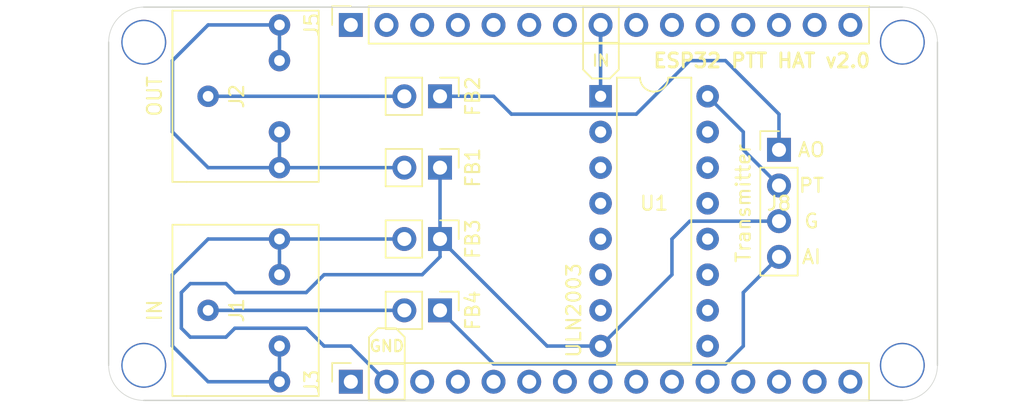
<source format=kicad_pcb>
(kicad_pcb (version 20171130) (host pcbnew 5.1.6-c6e7f7d~87~ubuntu18.04.1)

  (general
    (thickness 1.6)
    (drawings 36)
    (tracks 67)
    (zones 0)
    (modules 10)
    (nets 10)
  )

  (page A4 portrait)
  (title_block
    (title "Esp32 BT PTT")
    (date 2021-07-18)
    (rev 2)
  )

  (layers
    (0 F.Cu signal)
    (31 B.Cu signal)
    (32 B.Adhes user)
    (33 F.Adhes user)
    (34 B.Paste user)
    (35 F.Paste user)
    (36 B.SilkS user)
    (37 F.SilkS user)
    (38 B.Mask user)
    (39 F.Mask user)
    (40 Dwgs.User user)
    (41 Cmts.User user)
    (42 Eco1.User user)
    (43 Eco2.User user)
    (44 Edge.Cuts user)
    (45 Margin user)
    (46 B.CrtYd user)
    (47 F.CrtYd user)
    (48 B.Fab user)
    (49 F.Fab user)
  )

  (setup
    (last_trace_width 0.25)
    (user_trace_width 0.5)
    (trace_clearance 0.2)
    (zone_clearance 0.508)
    (zone_45_only no)
    (trace_min 0.2)
    (via_size 0.8)
    (via_drill 0.4)
    (via_min_size 0.4)
    (via_min_drill 0.3)
    (uvia_size 0.3)
    (uvia_drill 0.1)
    (uvias_allowed no)
    (uvia_min_size 0.2)
    (uvia_min_drill 0.1)
    (edge_width 0.05)
    (segment_width 0.2)
    (pcb_text_width 0.3)
    (pcb_text_size 1.5 1.5)
    (mod_edge_width 0.12)
    (mod_text_size 1 1)
    (mod_text_width 0.15)
    (pad_size 1.524 1.524)
    (pad_drill 0.762)
    (pad_to_mask_clearance 0.05)
    (aux_axis_origin 80.03 18.53)
    (grid_origin 19.28 17.78)
    (visible_elements FFFFFFFF)
    (pcbplotparams
      (layerselection 0x010fc_ffffffff)
      (usegerberextensions false)
      (usegerberattributes true)
      (usegerberadvancedattributes true)
      (creategerberjobfile true)
      (excludeedgelayer true)
      (linewidth 0.100000)
      (plotframeref false)
      (viasonmask false)
      (mode 1)
      (useauxorigin false)
      (hpglpennumber 1)
      (hpglpenspeed 20)
      (hpglpendiameter 15.000000)
      (psnegative false)
      (psa4output false)
      (plotreference true)
      (plotvalue true)
      (plotinvisibletext false)
      (padsonsilk false)
      (subtractmaskfromsilk false)
      (outputformat 1)
      (mirror false)
      (drillshape 1)
      (scaleselection 1)
      (outputdirectory ""))
  )

  (net 0 "")
  (net 1 GND)
  (net 2 AI)
  (net 3 AO)
  (net 4 PT)
  (net 5 "Net-(FB1-Pad2)")
  (net 6 "Net-(FB2-Pad2)")
  (net 7 "Net-(FB3-Pad2)")
  (net 8 "Net-(FB4-Pad2)")
  (net 9 D25)

  (net_class Default "This is the default net class."
    (clearance 0.2)
    (trace_width 0.25)
    (via_dia 0.8)
    (via_drill 0.4)
    (uvia_dia 0.3)
    (uvia_drill 0.1)
    (add_net AI)
    (add_net AO)
    (add_net D25)
    (add_net GND)
    (add_net "Net-(FB1-Pad2)")
    (add_net "Net-(FB2-Pad2)")
    (add_net "Net-(FB3-Pad2)")
    (add_net "Net-(FB4-Pad2)")
    (add_net PT)
  )

  (module Connector_PinSocket_2.54mm:PinSocket_1x15_P2.54mm_Vertical (layer F.Cu) (tedit 5A19A41D) (tstamp 60F4634E)
    (at 36.52 19.05 90)
    (descr "Through hole straight socket strip, 1x15, 2.54mm pitch, single row (from Kicad 4.0.7), script generated")
    (tags "Through hole socket strip THT 1x15 2.54mm single row")
    (path /60F3A410)
    (fp_text reference J5 (at 0 -2.77 90) (layer F.SilkS)
      (effects (font (size 1 1) (thickness 0.15)))
    )
    (fp_text value "Esp32 " (at -2.73 0.76 180) (layer F.Fab)
      (effects (font (size 1 1) (thickness 0.15)))
    )
    (fp_line (start -1.27 -1.27) (end 0.635 -1.27) (layer F.Fab) (width 0.1))
    (fp_line (start 0.635 -1.27) (end 1.27 -0.635) (layer F.Fab) (width 0.1))
    (fp_line (start 1.27 -0.635) (end 1.27 36.83) (layer F.Fab) (width 0.1))
    (fp_line (start 1.27 36.83) (end -1.27 36.83) (layer F.Fab) (width 0.1))
    (fp_line (start -1.27 36.83) (end -1.27 -1.27) (layer F.Fab) (width 0.1))
    (fp_line (start -1.33 1.27) (end 1.33 1.27) (layer F.SilkS) (width 0.12))
    (fp_line (start -1.33 1.27) (end -1.33 36.89) (layer F.SilkS) (width 0.12))
    (fp_line (start -1.33 36.89) (end 1.33 36.89) (layer F.SilkS) (width 0.12))
    (fp_line (start 1.33 1.27) (end 1.33 36.89) (layer F.SilkS) (width 0.12))
    (fp_line (start 1.33 -1.33) (end 1.33 0) (layer F.SilkS) (width 0.12))
    (fp_line (start 0 -1.33) (end 1.33 -1.33) (layer F.SilkS) (width 0.12))
    (fp_line (start -1.8 -1.8) (end 1.75 -1.8) (layer F.CrtYd) (width 0.05))
    (fp_line (start 1.75 -1.8) (end 1.75 37.3) (layer F.CrtYd) (width 0.05))
    (fp_line (start 1.75 37.3) (end -1.8 37.3) (layer F.CrtYd) (width 0.05))
    (fp_line (start -1.8 37.3) (end -1.8 -1.8) (layer F.CrtYd) (width 0.05))
    (fp_text user %R (at 0 17.78) (layer F.Fab)
      (effects (font (size 1 1) (thickness 0.15)))
    )
    (pad 15 thru_hole oval (at 0 35.56 90) (size 1.7 1.7) (drill 1) (layers *.Cu *.Mask))
    (pad 14 thru_hole oval (at 0 33.02 90) (size 1.7 1.7) (drill 1) (layers *.Cu *.Mask))
    (pad 13 thru_hole oval (at 0 30.48 90) (size 1.7 1.7) (drill 1) (layers *.Cu *.Mask))
    (pad 12 thru_hole oval (at 0 27.94 90) (size 1.7 1.7) (drill 1) (layers *.Cu *.Mask))
    (pad 11 thru_hole oval (at 0 25.4 90) (size 1.7 1.7) (drill 1) (layers *.Cu *.Mask))
    (pad 10 thru_hole oval (at 0 22.86 90) (size 1.7 1.7) (drill 1) (layers *.Cu *.Mask))
    (pad 9 thru_hole oval (at 0 20.32 90) (size 1.7 1.7) (drill 1) (layers *.Cu *.Mask))
    (pad 8 thru_hole oval (at 0 17.78 90) (size 1.7 1.7) (drill 1) (layers *.Cu *.Mask)
      (net 9 D25))
    (pad 7 thru_hole oval (at 0 15.24 90) (size 1.7 1.7) (drill 1) (layers *.Cu *.Mask))
    (pad 6 thru_hole oval (at 0 12.7 90) (size 1.7 1.7) (drill 1) (layers *.Cu *.Mask))
    (pad 5 thru_hole oval (at 0 10.16 90) (size 1.7 1.7) (drill 1) (layers *.Cu *.Mask))
    (pad 4 thru_hole oval (at 0 7.62 90) (size 1.7 1.7) (drill 1) (layers *.Cu *.Mask))
    (pad 3 thru_hole oval (at 0 5.08 90) (size 1.7 1.7) (drill 1) (layers *.Cu *.Mask))
    (pad 2 thru_hole oval (at 0 2.54 90) (size 1.7 1.7) (drill 1) (layers *.Cu *.Mask))
    (pad 1 thru_hole rect (at 0 0 90) (size 1.7 1.7) (drill 1) (layers *.Cu *.Mask))
    (model ${KISYS3DMOD}/Connector_PinSocket_2.54mm.3dshapes/PinSocket_1x15_P2.54mm_Vertical.wrl
      (at (xyz 0 0 0))
      (scale (xyz 1 1 1))
      (rotate (xyz 0 0 0))
    )
  )

  (module Connector_PinSocket_2.54mm:PinSocket_1x15_P2.54mm_Vertical (layer F.Cu) (tedit 5A19A41D) (tstamp 60F463C9)
    (at 36.52 44.45 90)
    (descr "Through hole straight socket strip, 1x15, 2.54mm pitch, single row (from Kicad 4.0.7), script generated")
    (tags "Through hole socket strip THT 1x15 2.54mm single row")
    (path /60F41DC4)
    (fp_text reference J3 (at 0 -2.77 90) (layer F.SilkS)
      (effects (font (size 1 1) (thickness 0.15)))
    )
    (fp_text value Conn_01x15 (at 2.54 33.02 180) (layer F.Fab)
      (effects (font (size 1 1) (thickness 0.15)))
    )
    (fp_line (start -1.27 -1.27) (end 0.635 -1.27) (layer F.Fab) (width 0.1))
    (fp_line (start 0.635 -1.27) (end 1.27 -0.635) (layer F.Fab) (width 0.1))
    (fp_line (start 1.27 -0.635) (end 1.27 36.83) (layer F.Fab) (width 0.1))
    (fp_line (start 1.27 36.83) (end -1.27 36.83) (layer F.Fab) (width 0.1))
    (fp_line (start -1.27 36.83) (end -1.27 -1.27) (layer F.Fab) (width 0.1))
    (fp_line (start -1.33 1.27) (end 1.33 1.27) (layer F.SilkS) (width 0.12))
    (fp_line (start -1.33 1.27) (end -1.33 36.89) (layer F.SilkS) (width 0.12))
    (fp_line (start -1.33 36.89) (end 1.33 36.89) (layer F.SilkS) (width 0.12))
    (fp_line (start 1.33 1.27) (end 1.33 36.89) (layer F.SilkS) (width 0.12))
    (fp_line (start 1.33 -1.33) (end 1.33 0) (layer F.SilkS) (width 0.12))
    (fp_line (start 0 -1.33) (end 1.33 -1.33) (layer F.SilkS) (width 0.12))
    (fp_line (start -1.8 -1.8) (end 1.75 -1.8) (layer F.CrtYd) (width 0.05))
    (fp_line (start 1.75 -1.8) (end 1.75 37.3) (layer F.CrtYd) (width 0.05))
    (fp_line (start 1.75 37.3) (end -1.8 37.3) (layer F.CrtYd) (width 0.05))
    (fp_line (start -1.8 37.3) (end -1.8 -1.8) (layer F.CrtYd) (width 0.05))
    (fp_text user %R (at 0 17.78) (layer F.Fab)
      (effects (font (size 1 1) (thickness 0.15)))
    )
    (pad 15 thru_hole oval (at 0 35.56 90) (size 1.7 1.7) (drill 1) (layers *.Cu *.Mask))
    (pad 14 thru_hole oval (at 0 33.02 90) (size 1.7 1.7) (drill 1) (layers *.Cu *.Mask))
    (pad 13 thru_hole oval (at 0 30.48 90) (size 1.7 1.7) (drill 1) (layers *.Cu *.Mask))
    (pad 12 thru_hole oval (at 0 27.94 90) (size 1.7 1.7) (drill 1) (layers *.Cu *.Mask))
    (pad 11 thru_hole oval (at 0 25.4 90) (size 1.7 1.7) (drill 1) (layers *.Cu *.Mask))
    (pad 10 thru_hole oval (at 0 22.86 90) (size 1.7 1.7) (drill 1) (layers *.Cu *.Mask))
    (pad 9 thru_hole oval (at 0 20.32 90) (size 1.7 1.7) (drill 1) (layers *.Cu *.Mask))
    (pad 8 thru_hole oval (at 0 17.78 90) (size 1.7 1.7) (drill 1) (layers *.Cu *.Mask))
    (pad 7 thru_hole oval (at 0 15.24 90) (size 1.7 1.7) (drill 1) (layers *.Cu *.Mask))
    (pad 6 thru_hole oval (at 0 12.7 90) (size 1.7 1.7) (drill 1) (layers *.Cu *.Mask))
    (pad 5 thru_hole oval (at 0 10.16 90) (size 1.7 1.7) (drill 1) (layers *.Cu *.Mask))
    (pad 4 thru_hole oval (at 0 7.62 90) (size 1.7 1.7) (drill 1) (layers *.Cu *.Mask))
    (pad 3 thru_hole oval (at 0 5.08 90) (size 1.7 1.7) (drill 1) (layers *.Cu *.Mask))
    (pad 2 thru_hole oval (at 0 2.54 90) (size 1.7 1.7) (drill 1) (layers *.Cu *.Mask)
      (net 1 GND))
    (pad 1 thru_hole rect (at 0 0 90) (size 1.7 1.7) (drill 1) (layers *.Cu *.Mask))
    (model ${KISYS3DMOD}/Connector_PinSocket_2.54mm.3dshapes/PinSocket_1x15_P2.54mm_Vertical.wrl
      (at (xyz 0 0 0))
      (scale (xyz 1 1 1))
      (rotate (xyz 0 0 0))
    )
  )

  (module Package_DIP:DIP-16_W7.62mm (layer F.Cu) (tedit 5A02E8C5) (tstamp 60F46532)
    (at 54.3 24.13)
    (descr "16-lead though-hole mounted DIP package, row spacing 7.62 mm (300 mils)")
    (tags "THT DIP DIL PDIP 2.54mm 7.62mm 300mil")
    (path /5EFC6706)
    (fp_text reference U1 (at 3.81 7.62) (layer F.SilkS)
      (effects (font (size 1 1) (thickness 0.15)))
    )
    (fp_text value ULN2003 (at -1.905 15.24 90) (layer F.SilkS)
      (effects (font (size 1 1) (thickness 0.15)))
    )
    (fp_line (start 8.7 -1.55) (end -1.1 -1.55) (layer F.CrtYd) (width 0.05))
    (fp_line (start 8.7 19.3) (end 8.7 -1.55) (layer F.CrtYd) (width 0.05))
    (fp_line (start -1.1 19.3) (end 8.7 19.3) (layer F.CrtYd) (width 0.05))
    (fp_line (start -1.1 -1.55) (end -1.1 19.3) (layer F.CrtYd) (width 0.05))
    (fp_line (start 6.46 -1.33) (end 4.81 -1.33) (layer F.SilkS) (width 0.12))
    (fp_line (start 6.46 19.11) (end 6.46 -1.33) (layer F.SilkS) (width 0.12))
    (fp_line (start 1.16 19.11) (end 6.46 19.11) (layer F.SilkS) (width 0.12))
    (fp_line (start 1.16 -1.33) (end 1.16 19.11) (layer F.SilkS) (width 0.12))
    (fp_line (start 2.81 -1.33) (end 1.16 -1.33) (layer F.SilkS) (width 0.12))
    (fp_line (start 0.635 -0.27) (end 1.635 -1.27) (layer F.Fab) (width 0.1))
    (fp_line (start 0.635 19.05) (end 0.635 -0.27) (layer F.Fab) (width 0.1))
    (fp_line (start 6.985 19.05) (end 0.635 19.05) (layer F.Fab) (width 0.1))
    (fp_line (start 6.985 -1.27) (end 6.985 19.05) (layer F.Fab) (width 0.1))
    (fp_line (start 1.635 -1.27) (end 6.985 -1.27) (layer F.Fab) (width 0.1))
    (fp_arc (start 3.81 -1.33) (end 2.81 -1.33) (angle -180) (layer F.SilkS) (width 0.12))
    (fp_text user %R (at 3.81 7.62) (layer F.Fab)
      (effects (font (size 1 1) (thickness 0.15)))
    )
    (pad 1 thru_hole rect (at 0 0) (size 1.6 1.6) (drill 0.8) (layers *.Cu *.Mask)
      (net 9 D25))
    (pad 9 thru_hole oval (at 7.62 17.78) (size 1.6 1.6) (drill 0.8) (layers *.Cu *.Mask))
    (pad 2 thru_hole oval (at 0 2.54) (size 1.6 1.6) (drill 0.8) (layers *.Cu *.Mask))
    (pad 10 thru_hole oval (at 7.62 15.24) (size 1.6 1.6) (drill 0.8) (layers *.Cu *.Mask))
    (pad 3 thru_hole oval (at 0 5.08) (size 1.6 1.6) (drill 0.8) (layers *.Cu *.Mask))
    (pad 11 thru_hole oval (at 7.62 12.7) (size 1.6 1.6) (drill 0.8) (layers *.Cu *.Mask))
    (pad 4 thru_hole oval (at 0 7.62) (size 1.6 1.6) (drill 0.8) (layers *.Cu *.Mask))
    (pad 12 thru_hole oval (at 7.62 10.16) (size 1.6 1.6) (drill 0.8) (layers *.Cu *.Mask))
    (pad 5 thru_hole oval (at 0 10.16) (size 1.6 1.6) (drill 0.8) (layers *.Cu *.Mask))
    (pad 13 thru_hole oval (at 7.62 7.62) (size 1.6 1.6) (drill 0.8) (layers *.Cu *.Mask))
    (pad 6 thru_hole oval (at 0 12.7) (size 1.6 1.6) (drill 0.8) (layers *.Cu *.Mask))
    (pad 14 thru_hole oval (at 7.62 5.08) (size 1.6 1.6) (drill 0.8) (layers *.Cu *.Mask))
    (pad 7 thru_hole oval (at 0 15.24) (size 1.6 1.6) (drill 0.8) (layers *.Cu *.Mask))
    (pad 15 thru_hole oval (at 7.62 2.54) (size 1.6 1.6) (drill 0.8) (layers *.Cu *.Mask))
    (pad 8 thru_hole oval (at 0 17.78) (size 1.6 1.6) (drill 0.8) (layers *.Cu *.Mask)
      (net 1 GND))
    (pad 16 thru_hole oval (at 7.62 0) (size 1.6 1.6) (drill 0.8) (layers *.Cu *.Mask)
      (net 4 PT))
    (model ${KISYS3DMOD}/Package_DIP.3dshapes/DIP-16_W7.62mm.wrl
      (at (xyz 0 0 0))
      (scale (xyz 1 1 1))
      (rotate (xyz 0 0 0))
    )
  )

  (module User:Audio_5conn (layer F.Cu) (tedit 5EFBF176) (tstamp 60F46732)
    (at 28.9 24.13 270)
    (path /5EFBD973)
    (fp_text reference J2 (at 0 0.5 270) (layer F.SilkS)
      (effects (font (size 1 1) (thickness 0.15)))
    )
    (fp_text value OUT (at 0 6.35 90) (layer F.SilkS)
      (effects (font (size 1 1) (thickness 0.15)))
    )
    (fp_line (start -6.096 -5.334) (end -6.096 4.064) (layer F.SilkS) (width 0.12))
    (fp_line (start -6.096 5.08) (end 3.556 5.08) (layer F.SilkS) (width 0.12))
    (fp_line (start 3.556 5.08) (end 6.096 5.08) (layer F.SilkS) (width 0.12))
    (fp_line (start 6.096 4.064) (end 6.096 -5.334) (layer F.SilkS) (width 0.12))
    (fp_line (start 6.096 -5.334) (end -6.096 -5.334) (layer F.SilkS) (width 0.12))
    (fp_line (start 6.096 4.064) (end 6.096 5.08) (layer F.SilkS) (width 0.12))
    (fp_line (start 6.096 5.08) (end -6.096 5.08) (layer F.SilkS) (width 0.12))
    (fp_line (start -6.096 5.08) (end -6.096 4.064) (layer F.SilkS) (width 0.12))
    (pad T thru_hole circle (at 0 2.54 270) (size 1.524 1.524) (drill 0.762) (layers *.Cu *.Mask)
      (net 6 "Net-(FB2-Pad2)"))
    (pad R thru_hole circle (at -5.08 -2.54 270) (size 1.524 1.524) (drill 0.762) (layers *.Cu *.Mask)
      (net 5 "Net-(FB1-Pad2)"))
    (pad R thru_hole circle (at -2.54 -2.54 270) (size 1.524 1.524) (drill 0.762) (layers *.Cu *.Mask)
      (net 5 "Net-(FB1-Pad2)"))
    (pad S thru_hole circle (at 2.54 -2.54 270) (size 1.524 1.524) (drill 0.762) (layers *.Cu *.Mask)
      (net 5 "Net-(FB1-Pad2)"))
    (pad S thru_hole circle (at 5.08 -2.54 270) (size 1.524 1.524) (drill 0.762) (layers *.Cu *.Mask)
      (net 5 "Net-(FB1-Pad2)"))
  )

  (module User:Audio_5conn (layer F.Cu) (tedit 5EFBF121) (tstamp 60F46653)
    (at 28.9 39.37 270)
    (path /5EFBCD1E)
    (fp_text reference J1 (at 0 0.5 270) (layer F.SilkS)
      (effects (font (size 1 1) (thickness 0.15)))
    )
    (fp_text value IN (at 0 6.35 90) (layer F.SilkS)
      (effects (font (size 1 1) (thickness 0.15)))
    )
    (fp_line (start 6.096 -5.334) (end -6.096 -5.334) (layer F.SilkS) (width 0.12))
    (fp_line (start 6.096 4.064) (end 6.096 -5.334) (layer F.SilkS) (width 0.12))
    (fp_line (start 3.556 5.08) (end 6.096 5.08) (layer F.SilkS) (width 0.12))
    (fp_line (start -6.096 5.08) (end 3.556 5.08) (layer F.SilkS) (width 0.12))
    (fp_line (start -6.096 -5.334) (end -6.096 4.064) (layer F.SilkS) (width 0.12))
    (fp_line (start 6.096 5.08) (end 6.096 4.064) (layer F.SilkS) (width 0.12))
    (fp_line (start -6.096 5.08) (end -6.096 4.064) (layer F.SilkS) (width 0.12))
    (pad S thru_hole circle (at 5.08 -2.54 270) (size 1.524 1.524) (drill 0.762) (layers *.Cu *.Mask)
      (net 7 "Net-(FB3-Pad2)"))
    (pad S thru_hole circle (at 2.54 -2.54 270) (size 1.524 1.524) (drill 0.762) (layers *.Cu *.Mask)
      (net 7 "Net-(FB3-Pad2)"))
    (pad R thru_hole circle (at -2.54 -2.54 270) (size 1.524 1.524) (drill 0.762) (layers *.Cu *.Mask)
      (net 7 "Net-(FB3-Pad2)"))
    (pad R thru_hole circle (at -5.08 -2.54 270) (size 1.524 1.524) (drill 0.762) (layers *.Cu *.Mask)
      (net 7 "Net-(FB3-Pad2)"))
    (pad T thru_hole circle (at 0 2.54 270) (size 1.524 1.524) (drill 0.762) (layers *.Cu *.Mask)
      (net 8 "Net-(FB4-Pad2)"))
  )

  (module Connector_PinHeader_2.54mm:PinHeader_1x04_P2.54mm_Vertical (layer F.Cu) (tedit 59FED5CC) (tstamp 60F465C5)
    (at 67 27.94)
    (descr "Through hole straight pin header, 1x04, 2.54mm pitch, single row")
    (tags "Through hole pin header THT 1x04 2.54mm single row")
    (path /5EFC2AC7)
    (fp_text reference J8 (at 0 3.81) (layer F.SilkS)
      (effects (font (size 1 1) (thickness 0.15)))
    )
    (fp_text value Transmitter (at -2.54 3.81 90) (layer F.SilkS)
      (effects (font (size 1 1) (thickness 0.15)))
    )
    (fp_line (start 1.8 -1.8) (end -1.8 -1.8) (layer F.CrtYd) (width 0.05))
    (fp_line (start 1.8 9.4) (end 1.8 -1.8) (layer F.CrtYd) (width 0.05))
    (fp_line (start -1.8 9.4) (end 1.8 9.4) (layer F.CrtYd) (width 0.05))
    (fp_line (start -1.8 -1.8) (end -1.8 9.4) (layer F.CrtYd) (width 0.05))
    (fp_line (start -1.33 -1.33) (end 0 -1.33) (layer F.SilkS) (width 0.12))
    (fp_line (start -1.33 0) (end -1.33 -1.33) (layer F.SilkS) (width 0.12))
    (fp_line (start -1.33 1.27) (end 1.33 1.27) (layer F.SilkS) (width 0.12))
    (fp_line (start 1.33 1.27) (end 1.33 8.95) (layer F.SilkS) (width 0.12))
    (fp_line (start -1.33 1.27) (end -1.33 8.95) (layer F.SilkS) (width 0.12))
    (fp_line (start -1.33 8.95) (end 1.33 8.95) (layer F.SilkS) (width 0.12))
    (fp_line (start -1.27 -0.635) (end -0.635 -1.27) (layer F.Fab) (width 0.1))
    (fp_line (start -1.27 8.89) (end -1.27 -0.635) (layer F.Fab) (width 0.1))
    (fp_line (start 1.27 8.89) (end -1.27 8.89) (layer F.Fab) (width 0.1))
    (fp_line (start 1.27 -1.27) (end 1.27 8.89) (layer F.Fab) (width 0.1))
    (fp_line (start -0.635 -1.27) (end 1.27 -1.27) (layer F.Fab) (width 0.1))
    (fp_text user %R (at -2.54 3.81 90) (layer F.Fab)
      (effects (font (size 1 1) (thickness 0.15)))
    )
    (pad 1 thru_hole rect (at 0 0) (size 1.7 1.7) (drill 1) (layers *.Cu *.Mask)
      (net 3 AO))
    (pad 2 thru_hole oval (at 0 2.54) (size 1.7 1.7) (drill 1) (layers *.Cu *.Mask)
      (net 4 PT))
    (pad 3 thru_hole oval (at 0 5.08) (size 1.7 1.7) (drill 1) (layers *.Cu *.Mask)
      (net 1 GND))
    (pad 4 thru_hole oval (at 0 7.62) (size 1.7 1.7) (drill 1) (layers *.Cu *.Mask)
      (net 2 AI))
    (model ${KISYS3DMOD}/Connector_PinHeader_2.54mm.3dshapes/PinHeader_1x04_P2.54mm_Vertical.wrl
      (at (xyz 0 0 0))
      (scale (xyz 1 1 1))
      (rotate (xyz 0 0 0))
    )
  )

  (module Connector_PinHeader_2.54mm:PinHeader_1x02_P2.54mm_Vertical (layer F.Cu) (tedit 59FED5CC) (tstamp 60F4661A)
    (at 42.87 29.21 270)
    (descr "Through hole straight pin header, 1x02, 2.54mm pitch, single row")
    (tags "Through hole pin header THT 1x02 2.54mm single row")
    (path /60F6D485)
    (fp_text reference FB1 (at 0 -2.33 90) (layer F.SilkS)
      (effects (font (size 1 1) (thickness 0.15)))
    )
    (fp_text value Ferrite_Bead (at 0 4.87 90) (layer F.Fab)
      (effects (font (size 1 1) (thickness 0.15)))
    )
    (fp_line (start -0.635 -1.27) (end 1.27 -1.27) (layer F.Fab) (width 0.1))
    (fp_line (start 1.27 -1.27) (end 1.27 3.81) (layer F.Fab) (width 0.1))
    (fp_line (start 1.27 3.81) (end -1.27 3.81) (layer F.Fab) (width 0.1))
    (fp_line (start -1.27 3.81) (end -1.27 -0.635) (layer F.Fab) (width 0.1))
    (fp_line (start -1.27 -0.635) (end -0.635 -1.27) (layer F.Fab) (width 0.1))
    (fp_line (start -1.33 3.87) (end 1.33 3.87) (layer F.SilkS) (width 0.12))
    (fp_line (start -1.33 1.27) (end -1.33 3.87) (layer F.SilkS) (width 0.12))
    (fp_line (start 1.33 1.27) (end 1.33 3.87) (layer F.SilkS) (width 0.12))
    (fp_line (start -1.33 1.27) (end 1.33 1.27) (layer F.SilkS) (width 0.12))
    (fp_line (start -1.33 0) (end -1.33 -1.33) (layer F.SilkS) (width 0.12))
    (fp_line (start -1.33 -1.33) (end 0 -1.33) (layer F.SilkS) (width 0.12))
    (fp_line (start -1.8 -1.8) (end -1.8 4.35) (layer F.CrtYd) (width 0.05))
    (fp_line (start -1.8 4.35) (end 1.8 4.35) (layer F.CrtYd) (width 0.05))
    (fp_line (start 1.8 4.35) (end 1.8 -1.8) (layer F.CrtYd) (width 0.05))
    (fp_line (start 1.8 -1.8) (end -1.8 -1.8) (layer F.CrtYd) (width 0.05))
    (fp_text user %R (at 0 1.27) (layer F.Fab)
      (effects (font (size 1 1) (thickness 0.15)))
    )
    (pad 1 thru_hole rect (at 0 0 270) (size 1.7 1.7) (drill 1) (layers *.Cu *.Mask)
      (net 1 GND))
    (pad 2 thru_hole oval (at 0 2.54 270) (size 1.7 1.7) (drill 1) (layers *.Cu *.Mask)
      (net 5 "Net-(FB1-Pad2)"))
    (model ${KISYS3DMOD}/Connector_PinHeader_2.54mm.3dshapes/PinHeader_1x02_P2.54mm_Vertical.wrl
      (at (xyz 0 0 0))
      (scale (xyz 1 1 1))
      (rotate (xyz 0 0 0))
    )
  )

  (module Connector_PinHeader_2.54mm:PinHeader_1x02_P2.54mm_Vertical (layer F.Cu) (tedit 59FED5CC) (tstamp 60F46686)
    (at 42.87 24.13 270)
    (descr "Through hole straight pin header, 1x02, 2.54mm pitch, single row")
    (tags "Through hole pin header THT 1x02 2.54mm single row")
    (path /60F6D48B)
    (fp_text reference FB2 (at 0 -2.33 90) (layer F.SilkS)
      (effects (font (size 1 1) (thickness 0.15)))
    )
    (fp_text value Ferrite_Bead (at 0 4.87 90) (layer F.Fab)
      (effects (font (size 1 1) (thickness 0.15)))
    )
    (fp_line (start 1.8 -1.8) (end -1.8 -1.8) (layer F.CrtYd) (width 0.05))
    (fp_line (start 1.8 4.35) (end 1.8 -1.8) (layer F.CrtYd) (width 0.05))
    (fp_line (start -1.8 4.35) (end 1.8 4.35) (layer F.CrtYd) (width 0.05))
    (fp_line (start -1.8 -1.8) (end -1.8 4.35) (layer F.CrtYd) (width 0.05))
    (fp_line (start -1.33 -1.33) (end 0 -1.33) (layer F.SilkS) (width 0.12))
    (fp_line (start -1.33 0) (end -1.33 -1.33) (layer F.SilkS) (width 0.12))
    (fp_line (start -1.33 1.27) (end 1.33 1.27) (layer F.SilkS) (width 0.12))
    (fp_line (start 1.33 1.27) (end 1.33 3.87) (layer F.SilkS) (width 0.12))
    (fp_line (start -1.33 1.27) (end -1.33 3.87) (layer F.SilkS) (width 0.12))
    (fp_line (start -1.33 3.87) (end 1.33 3.87) (layer F.SilkS) (width 0.12))
    (fp_line (start -1.27 -0.635) (end -0.635 -1.27) (layer F.Fab) (width 0.1))
    (fp_line (start -1.27 3.81) (end -1.27 -0.635) (layer F.Fab) (width 0.1))
    (fp_line (start 1.27 3.81) (end -1.27 3.81) (layer F.Fab) (width 0.1))
    (fp_line (start 1.27 -1.27) (end 1.27 3.81) (layer F.Fab) (width 0.1))
    (fp_line (start -0.635 -1.27) (end 1.27 -1.27) (layer F.Fab) (width 0.1))
    (fp_text user %R (at 0 1.27 90) (layer F.Fab)
      (effects (font (size 1 1) (thickness 0.15)))
    )
    (pad 2 thru_hole oval (at 0 2.54 270) (size 1.7 1.7) (drill 1) (layers *.Cu *.Mask)
      (net 6 "Net-(FB2-Pad2)"))
    (pad 1 thru_hole rect (at 0 0 270) (size 1.7 1.7) (drill 1) (layers *.Cu *.Mask)
      (net 3 AO))
    (model ${KISYS3DMOD}/Connector_PinHeader_2.54mm.3dshapes/PinHeader_1x02_P2.54mm_Vertical.wrl
      (at (xyz 0 0 0))
      (scale (xyz 1 1 1))
      (rotate (xyz 0 0 0))
    )
  )

  (module Connector_PinHeader_2.54mm:PinHeader_1x02_P2.54mm_Vertical (layer F.Cu) (tedit 59FED5CC) (tstamp 60F46494)
    (at 42.87 34.29 270)
    (descr "Through hole straight pin header, 1x02, 2.54mm pitch, single row")
    (tags "Through hole pin header THT 1x02 2.54mm single row")
    (path /60F3E249)
    (fp_text reference FB3 (at 0 -2.33 90) (layer F.SilkS)
      (effects (font (size 1 1) (thickness 0.15)))
    )
    (fp_text value Ferrite_Bead (at 0 4.87 90) (layer F.Fab)
      (effects (font (size 1 1) (thickness 0.15)))
    )
    (fp_line (start -0.635 -1.27) (end 1.27 -1.27) (layer F.Fab) (width 0.1))
    (fp_line (start 1.27 -1.27) (end 1.27 3.81) (layer F.Fab) (width 0.1))
    (fp_line (start 1.27 3.81) (end -1.27 3.81) (layer F.Fab) (width 0.1))
    (fp_line (start -1.27 3.81) (end -1.27 -0.635) (layer F.Fab) (width 0.1))
    (fp_line (start -1.27 -0.635) (end -0.635 -1.27) (layer F.Fab) (width 0.1))
    (fp_line (start -1.33 3.87) (end 1.33 3.87) (layer F.SilkS) (width 0.12))
    (fp_line (start -1.33 1.27) (end -1.33 3.87) (layer F.SilkS) (width 0.12))
    (fp_line (start 1.33 1.27) (end 1.33 3.87) (layer F.SilkS) (width 0.12))
    (fp_line (start -1.33 1.27) (end 1.33 1.27) (layer F.SilkS) (width 0.12))
    (fp_line (start -1.33 0) (end -1.33 -1.33) (layer F.SilkS) (width 0.12))
    (fp_line (start -1.33 -1.33) (end 0 -1.33) (layer F.SilkS) (width 0.12))
    (fp_line (start -1.8 -1.8) (end -1.8 4.35) (layer F.CrtYd) (width 0.05))
    (fp_line (start -1.8 4.35) (end 1.8 4.35) (layer F.CrtYd) (width 0.05))
    (fp_line (start 1.8 4.35) (end 1.8 -1.8) (layer F.CrtYd) (width 0.05))
    (fp_line (start 1.8 -1.8) (end -1.8 -1.8) (layer F.CrtYd) (width 0.05))
    (fp_text user %R (at 0 1.27) (layer F.Fab)
      (effects (font (size 1 1) (thickness 0.15)))
    )
    (pad 1 thru_hole rect (at 0 0 270) (size 1.7 1.7) (drill 1) (layers *.Cu *.Mask)
      (net 1 GND))
    (pad 2 thru_hole oval (at 0 2.54 270) (size 1.7 1.7) (drill 1) (layers *.Cu *.Mask)
      (net 7 "Net-(FB3-Pad2)"))
    (model ${KISYS3DMOD}/Connector_PinHeader_2.54mm.3dshapes/PinHeader_1x02_P2.54mm_Vertical.wrl
      (at (xyz 0 0 0))
      (scale (xyz 1 1 1))
      (rotate (xyz 0 0 0))
    )
  )

  (module Connector_PinHeader_2.54mm:PinHeader_1x02_P2.54mm_Vertical (layer F.Cu) (tedit 59FED5CC) (tstamp 60F464D3)
    (at 42.87 39.37 270)
    (descr "Through hole straight pin header, 1x02, 2.54mm pitch, single row")
    (tags "Through hole pin header THT 1x02 2.54mm single row")
    (path /60F44711)
    (fp_text reference FB4 (at 0 -2.33 90) (layer F.SilkS)
      (effects (font (size 1 1) (thickness 0.15)))
    )
    (fp_text value Ferrite_Bead (at 0 4.87 90) (layer F.Fab)
      (effects (font (size 1 1) (thickness 0.15)))
    )
    (fp_line (start -0.635 -1.27) (end 1.27 -1.27) (layer F.Fab) (width 0.1))
    (fp_line (start 1.27 -1.27) (end 1.27 3.81) (layer F.Fab) (width 0.1))
    (fp_line (start 1.27 3.81) (end -1.27 3.81) (layer F.Fab) (width 0.1))
    (fp_line (start -1.27 3.81) (end -1.27 -0.635) (layer F.Fab) (width 0.1))
    (fp_line (start -1.27 -0.635) (end -0.635 -1.27) (layer F.Fab) (width 0.1))
    (fp_line (start -1.33 3.87) (end 1.33 3.87) (layer F.SilkS) (width 0.12))
    (fp_line (start -1.33 1.27) (end -1.33 3.87) (layer F.SilkS) (width 0.12))
    (fp_line (start 1.33 1.27) (end 1.33 3.87) (layer F.SilkS) (width 0.12))
    (fp_line (start -1.33 1.27) (end 1.33 1.27) (layer F.SilkS) (width 0.12))
    (fp_line (start -1.33 0) (end -1.33 -1.33) (layer F.SilkS) (width 0.12))
    (fp_line (start -1.33 -1.33) (end 0 -1.33) (layer F.SilkS) (width 0.12))
    (fp_line (start -1.8 -1.8) (end -1.8 4.35) (layer F.CrtYd) (width 0.05))
    (fp_line (start -1.8 4.35) (end 1.8 4.35) (layer F.CrtYd) (width 0.05))
    (fp_line (start 1.8 4.35) (end 1.8 -1.8) (layer F.CrtYd) (width 0.05))
    (fp_line (start 1.8 -1.8) (end -1.8 -1.8) (layer F.CrtYd) (width 0.05))
    (fp_text user %R (at 0 1.27) (layer F.Fab)
      (effects (font (size 1 1) (thickness 0.15)))
    )
    (pad 1 thru_hole rect (at 0 0 270) (size 1.7 1.7) (drill 1) (layers *.Cu *.Mask)
      (net 2 AI))
    (pad 2 thru_hole oval (at 0 2.54 270) (size 1.7 1.7) (drill 1) (layers *.Cu *.Mask)
      (net 8 "Net-(FB4-Pad2)"))
    (model ${KISYS3DMOD}/Connector_PinHeader_2.54mm.3dshapes/PinHeader_1x02_P2.54mm_Vertical.wrl
      (at (xyz 0 0 0))
      (scale (xyz 1 1 1))
      (rotate (xyz 0 0 0))
    )
  )

  (gr_arc (start 21.78 20.28) (end 21.78 17.78) (angle -90) (layer Edge.Cuts) (width 0.05))
  (gr_arc (start 21.78 43.28) (end 19.28 43.28) (angle -90) (layer Edge.Cuts) (width 0.05))
  (gr_arc (start 75.78 43.28) (end 75.78 45.78) (angle -90) (layer Edge.Cuts) (width 0.05))
  (gr_arc (start 75.78 20.28) (end 78.28 20.28) (angle -90) (layer Edge.Cuts) (width 0.05))
  (dimension 28 (width 0.15) (layer Dwgs.User)
    (gr_text "28,000 мм" (at 15.210001 31.78 270) (layer Dwgs.User)
      (effects (font (size 1 1) (thickness 0.15)))
    )
    (feature1 (pts (xy 19.51 45.78) (xy 15.92358 45.78)))
    (feature2 (pts (xy 19.51 17.78) (xy 15.92358 17.78)))
    (crossbar (pts (xy 16.510001 17.78) (xy 16.510001 45.78)))
    (arrow1a (pts (xy 16.510001 45.78) (xy 15.92358 44.653496)))
    (arrow1b (pts (xy 16.510001 45.78) (xy 17.096422 44.653496)))
    (arrow2a (pts (xy 16.510001 17.78) (xy 15.92358 18.906504)))
    (arrow2b (pts (xy 16.510001 17.78) (xy 17.096422 18.906504)))
  )
  (dimension 23 (width 0.15) (layer Dwgs.User)
    (gr_text "23,000 мм" (at 83.079974 31.78 270) (layer Dwgs.User)
      (effects (font (size 1 1) (thickness 0.15)))
    )
    (feature1 (pts (xy 73.78 43.28) (xy 82.366395 43.28)))
    (feature2 (pts (xy 73.78 20.28) (xy 82.366395 20.28)))
    (crossbar (pts (xy 81.779974 20.28) (xy 81.779974 43.28)))
    (arrow1a (pts (xy 81.779974 43.28) (xy 81.193553 42.153496)))
    (arrow1b (pts (xy 81.779974 43.28) (xy 82.366395 42.153496)))
    (arrow2a (pts (xy 81.779974 20.28) (xy 81.193553 21.406504)))
    (arrow2b (pts (xy 81.779974 20.28) (xy 82.366395 21.406504)))
  )
  (gr_line (start 37.814 45.72) (end 37.814 43.18) (layer F.SilkS) (width 0.12) (tstamp 60F44BA3))
  (gr_line (start 40.354 45.72) (end 37.814 45.72) (layer F.SilkS) (width 0.12) (tstamp 60F44D4A))
  (gr_line (start 78.28 20.28) (end 78.28 43.28) (layer Edge.Cuts) (width 0.1) (tstamp 60F44C4B))
  (gr_line (start 21.78 17.78) (end 75.78 17.78) (layer Edge.Cuts) (width 0.1) (tstamp 60F44C5D))
  (gr_line (start 19.28 43.28) (end 19.28 20.28) (layer Edge.Cuts) (width 0.1) (tstamp 60F44C87))
  (gr_line (start 75.78 45.78) (end 21.78 45.78) (layer Edge.Cuts) (width 0.1) (tstamp 60F44D5C))
  (gr_line (start 40.354 41.275) (end 40.354 43.18) (layer F.SilkS) (width 0.12) (tstamp 60F44D56))
  (gr_line (start 39.719 40.64) (end 40.354 41.275) (layer F.SilkS) (width 0.12) (tstamp 60F44B34))
  (gr_line (start 38.449 40.64) (end 39.719 40.64) (layer F.SilkS) (width 0.12) (tstamp 60F44C96))
  (gr_line (start 37.814 41.275) (end 38.449 40.64) (layer F.SilkS) (width 0.12) (tstamp 60F44C45))
  (gr_line (start 37.814 43.12) (end 37.814 41.275) (layer F.SilkS) (width 0.12) (tstamp 60F44B25))
  (gr_line (start 55.594 20.955) (end 55.594 19.685) (layer F.SilkS) (width 0.12) (tstamp 60F4730F))
  (gr_line (start 55.594 22.225) (end 55.594 20.955) (layer F.SilkS) (width 0.12) (tstamp 60F47300))
  (gr_line (start 54.959 22.86) (end 55.594 22.225) (layer F.SilkS) (width 0.12) (tstamp 60F47315))
  (gr_line (start 53.689 22.86) (end 54.959 22.86) (layer F.SilkS) (width 0.12) (tstamp 60F47309))
  (gr_line (start 53.054 22.225) (end 53.689 22.86) (layer F.SilkS) (width 0.12) (tstamp 60F47312))
  (gr_line (start 53.054 20.32) (end 53.054 22.225) (layer F.SilkS) (width 0.12) (tstamp 60F472FA))
  (gr_line (start 37.814 43.18) (end 40.354 43.18) (layer F.SilkS) (width 0.12) (tstamp 60F44D59))
  (gr_line (start 40.354 43.18) (end 40.354 45.72) (layer F.SilkS) (width 0.12) (tstamp 60F44BB5))
  (gr_line (start 55.594 17.78) (end 53.054 17.78) (layer F.SilkS) (width 0.12) (tstamp 60F47303))
  (gr_line (start 55.594 20.32) (end 55.594 17.78) (layer F.SilkS) (width 0.12) (tstamp 60F47318))
  (gr_line (start 53.054 20.32) (end 55.594 20.32) (layer F.SilkS) (width 0.12) (tstamp 60F472FD))
  (gr_line (start 53.054 17.78) (end 53.054 20.32) (layer F.SilkS) (width 0.12) (tstamp 60F47306))
  (gr_text IN (at 54.324 21.59) (layer F.SilkS) (tstamp 60F4730C)
    (effects (font (size 0.8 0.8) (thickness 0.15)))
  )
  (gr_text GND (at 39.084 41.91) (layer F.SilkS) (tstamp 60F44C48)
    (effects (font (size 0.8 0.8) (thickness 0.15)))
  )
  (gr_text "ESP32 PTT HAT v2.0" (at 65.78 21.59) (layer F.SilkS) (tstamp 60F44BB2)
    (effects (font (size 1 1) (thickness 0.2)))
  )
  (gr_text "AO\n" (at 69.31 27.94) (layer F.SilkS) (tstamp 60F44CC6)
    (effects (font (size 1 1) (thickness 0.15)))
  )
  (gr_text "PT\n" (at 69.31 30.48) (layer F.SilkS) (tstamp 60F44E07)
    (effects (font (size 1 1) (thickness 0.15)))
  )
  (gr_text G (at 69.31 33.02) (layer F.SilkS) (tstamp 60F44CB4)
    (effects (font (size 1 1) (thickness 0.15)))
  )
  (gr_text AI (at 69.31 35.56) (layer F.SilkS) (tstamp 60F44CB1)
    (effects (font (size 1 1) (thickness 0.15)))
  )

  (via (at 75.78 43.28) (size 3.2) (drill 3) (layers F.Cu B.Cu) (net 0) (tstamp 60F44F2E))
  (via (at 75.78 20.28) (size 3.2) (drill 3) (layers F.Cu B.Cu) (net 0) (tstamp 60F46FB9))
  (segment (start 50.49 41.91) (end 42.87 34.29) (width 0.25) (layer B.Cu) (net 1) (tstamp 60F4647A) (status 20))
  (segment (start 51.76 41.91) (end 50.49 41.91) (width 0.25) (layer B.Cu) (net 1) (tstamp 60F4647D) (status 10))
  (segment (start 42.87 34.29) (end 42.87 29.21) (width 0.25) (layer B.Cu) (net 1) (tstamp 60F46462) (status 30))
  (segment (start 34.615 41.91) (end 36.52 41.91) (width 0.25) (layer B.Cu) (net 1) (tstamp 60F4644D))
  (segment (start 33.345 40.64) (end 34.615 41.91) (width 0.25) (layer B.Cu) (net 1) (tstamp 60F4644A))
  (segment (start 42.87 34.29) (end 42.87 35.56) (width 0.25) (layer B.Cu) (net 1) (tstamp 60F46321))
  (segment (start 42.87 35.56) (end 41.6 36.83) (width 0.25) (layer B.Cu) (net 1) (tstamp 60F4631E))
  (segment (start 41.6 36.83) (end 34.615 36.83) (width 0.25) (layer B.Cu) (net 1) (tstamp 60F46441))
  (segment (start 34.615 36.83) (end 33.345 38.1) (width 0.25) (layer B.Cu) (net 1) (tstamp 60F4643E))
  (segment (start 33.345 38.1) (end 28.265 38.1) (width 0.25) (layer B.Cu) (net 1) (tstamp 60F46432))
  (segment (start 28.265 38.1) (end 27.63 37.465) (width 0.25) (layer B.Cu) (net 1) (tstamp 60F4642F))
  (segment (start 27.63 37.465) (end 25.09 37.465) (width 0.25) (layer B.Cu) (net 1) (tstamp 60F4641A))
  (segment (start 25.09 37.465) (end 24.455 38.1) (width 0.25) (layer B.Cu) (net 1) (tstamp 60F46417))
  (segment (start 24.455 38.1) (end 24.455 40.64) (width 0.25) (layer B.Cu) (net 1) (tstamp 60F46429))
  (segment (start 24.455 40.64) (end 25.09 41.275) (width 0.25) (layer B.Cu) (net 1) (tstamp 60F46426))
  (segment (start 25.09 41.275) (end 27.63 41.275) (width 0.25) (layer B.Cu) (net 1) (tstamp 60F4639C))
  (segment (start 36.52 41.91) (end 39.06 44.45) (width 0.25) (layer B.Cu) (net 1) (tstamp 60F46399))
  (segment (start 28.265 40.64) (end 33.345 40.64) (width 0.25) (layer B.Cu) (net 1) (tstamp 60F46420))
  (segment (start 27.63 41.275) (end 28.265 40.64) (width 0.25) (layer B.Cu) (net 1) (tstamp 60F4641D))
  (segment (start 51.76 41.91) (end 54.3 41.91) (width 0.25) (layer B.Cu) (net 1) (tstamp 60F4631B))
  (segment (start 54.3 41.91) (end 59.38 36.83) (width 0.25) (layer B.Cu) (net 1) (tstamp 60F4642C))
  (segment (start 59.38 36.83) (end 59.38 34.29) (width 0.25) (layer B.Cu) (net 1) (tstamp 60F46393))
  (segment (start 59.38 34.29) (end 60.65 33.02) (width 0.25) (layer B.Cu) (net 1) (tstamp 60F46450))
  (segment (start 60.65 33.02) (end 67 33.02) (width 0.25) (layer B.Cu) (net 1) (tstamp 60F4645C))
  (segment (start 63.19 43.18) (end 64.46 41.91) (width 0.25) (layer B.Cu) (net 2) (tstamp 60F463A2))
  (segment (start 46.68 43.18) (end 63.19 43.18) (width 0.25) (layer B.Cu) (net 2) (tstamp 60F46447))
  (segment (start 42.87 39.37) (end 46.68 43.18) (width 0.25) (layer B.Cu) (net 2) (tstamp 60F46444))
  (segment (start 64.46 41.91) (end 64.46 38.1) (width 0.25) (layer B.Cu) (net 2) (tstamp 60F4632A))
  (segment (start 64.46 38.1) (end 67 35.56) (width 0.25) (layer B.Cu) (net 2) (tstamp 60F46327))
  (segment (start 67 27.94) (end 67 26.67) (width 0.25) (layer B.Cu) (net 3) (tstamp 60F464FE))
  (segment (start 67 25.4) (end 67 27.94) (width 0.25) (layer B.Cu) (net 3) (tstamp 60F46453))
  (segment (start 63.19 21.59) (end 67 25.4) (width 0.25) (layer B.Cu) (net 3) (tstamp 60F4643B))
  (segment (start 60.65 21.59) (end 63.19 21.59) (width 0.25) (layer B.Cu) (net 3) (tstamp 60F46438))
  (segment (start 56.84 25.4) (end 60.65 21.59) (width 0.25) (layer B.Cu) (net 3) (tstamp 60F46414))
  (segment (start 47.95 25.4) (end 56.84 25.4) (width 0.25) (layer B.Cu) (net 3) (tstamp 60F46411))
  (segment (start 46.68 24.13) (end 47.95 25.4) (width 0.25) (layer B.Cu) (net 3) (tstamp 60F4640E))
  (segment (start 42.87 24.13) (end 46.68 24.13) (width 0.25) (layer B.Cu) (net 3) (tstamp 60F46459))
  (segment (start 61.92 24.13) (end 64.46 26.67) (width 0.25) (layer B.Cu) (net 4) (tstamp 60F46501))
  (segment (start 64.46 27.94) (end 67 30.48) (width 0.25) (layer B.Cu) (net 4) (tstamp 60F46423))
  (segment (start 64.46 26.67) (end 64.46 27.94) (width 0.25) (layer B.Cu) (net 4) (tstamp 60F46456))
  (via (at 21.78 20.28) (size 3.2) (drill 3) (layers F.Cu B.Cu) (net 5) (tstamp 60F46324))
  (segment (start 26.36 19.05) (end 23.82 21.59) (width 0.25) (layer B.Cu) (net 5) (tstamp 60F4646B))
  (segment (start 31.44 29.21) (end 31.44 26.67) (width 0.25) (layer B.Cu) (net 5) (tstamp 60F46468) (status 30))
  (segment (start 31.44 19.05) (end 31.44 21.59) (width 0.25) (layer B.Cu) (net 5) (tstamp 60F465A9) (status 30))
  (segment (start 31.44 19.05) (end 26.36 19.05) (width 0.25) (layer B.Cu) (net 5) (tstamp 60F4650D) (status 10))
  (segment (start 23.82 21.59) (end 23.82 26.67) (width 0.25) (layer B.Cu) (net 5) (tstamp 60F4650A))
  (segment (start 23.82 26.67) (end 26.36 29.21) (width 0.25) (layer B.Cu) (net 5) (tstamp 60F46507))
  (segment (start 26.36 29.21) (end 31.44 29.21) (width 0.25) (layer B.Cu) (net 5) (tstamp 60F46504) (status 20))
  (segment (start 31.44 29.21) (end 40.33 29.21) (width 0.25) (layer B.Cu) (net 5) (tstamp 60F46477) (status 30))
  (segment (start 40.33 24.13) (end 36.52 24.13) (width 0.25) (layer B.Cu) (net 6) (tstamp 60F46474) (status 10))
  (segment (start 36.52 24.13) (end 37.79 24.13) (width 0.25) (layer B.Cu) (net 6) (tstamp 60F46471))
  (segment (start 36.52 24.13) (end 26.36 24.13) (width 0.25) (layer B.Cu) (net 6) (tstamp 60F46465) (status 20))
  (via (at 21.78 43.28) (size 3.2) (drill 3) (layers F.Cu B.Cu) (net 7) (tstamp 60F4645F))
  (segment (start 31.44 44.45) (end 31.44 41.91) (width 0.25) (layer B.Cu) (net 7) (tstamp 60F4646E) (status 30))
  (segment (start 23.82 41.91) (end 26.36 44.45) (width 0.25) (layer B.Cu) (net 7) (tstamp 60F46603))
  (segment (start 26.36 34.29) (end 23.82 36.83) (width 0.25) (layer B.Cu) (net 7) (tstamp 60F46600))
  (segment (start 31.44 34.29) (end 26.36 34.29) (width 0.25) (layer B.Cu) (net 7) (tstamp 60F465FD) (status 10))
  (segment (start 26.36 44.45) (end 31.44 44.45) (width 0.25) (layer B.Cu) (net 7) (tstamp 60F465FA) (status 20))
  (segment (start 31.44 36.83) (end 31.44 34.29) (width 0.25) (layer B.Cu) (net 7) (tstamp 60F465F7) (status 30))
  (segment (start 23.82 36.83) (end 23.82 41.91) (width 0.25) (layer B.Cu) (net 7) (tstamp 60F465F4))
  (segment (start 40.33 34.29) (end 31.44 34.29) (width 0.25) (layer B.Cu) (net 7) (tstamp 60F465AC) (status 30))
  (segment (start 39.06 39.37) (end 40.33 39.37) (width 0.25) (layer B.Cu) (net 8) (tstamp 60F46396) (status 20))
  (segment (start 26.36 39.37) (end 39.06 39.37) (width 0.25) (layer B.Cu) (net 8) (tstamp 60F46435) (status 10))
  (segment (start 54.3 21.59) (end 54.3 19.05) (width 0.25) (layer B.Cu) (net 9) (tstamp 60F4639F))
  (segment (start 54.3 24.13) (end 54.3 19.05) (width 0.25) (layer B.Cu) (net 9) (tstamp 60F463A5))

)

</source>
